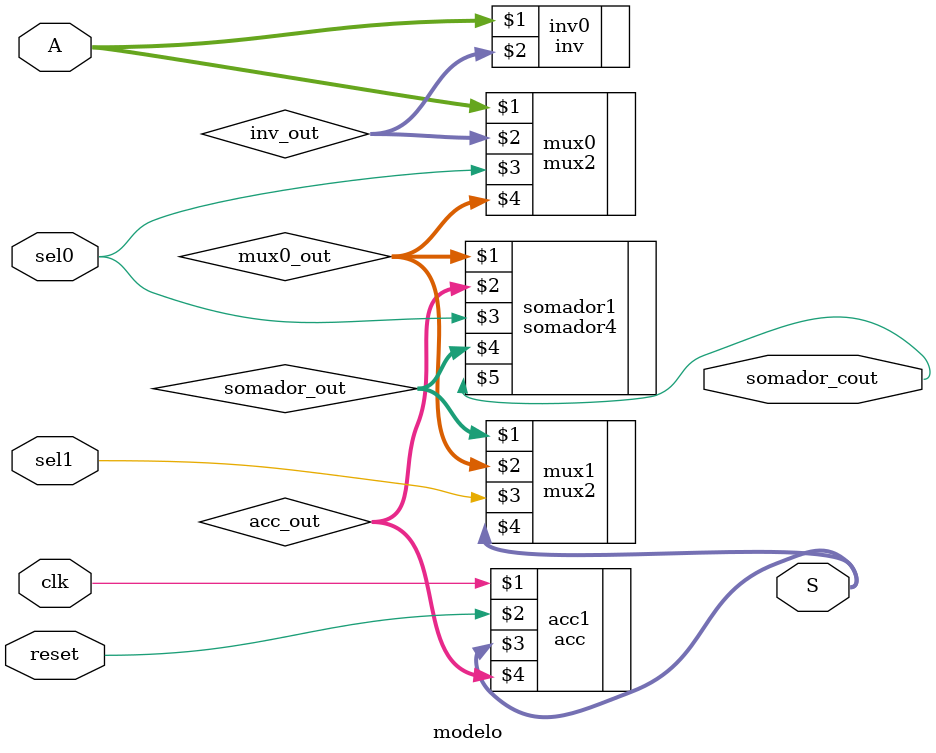
<source format=sv>
module modelo(input logic [3:0]  A,
			input logic	clk,
			input reset,
			input logic	sel0,sel1,
			output logic [3:0] S,
			output	somador_cout);
			//Acho que nao preciso ficar declarando as saidas
			//output logic [3:0] inv_out,somador_out, acc_out, 
			//output logic somador_cout);
			
	logic [3:0] inv_out, mux0_out, somador_out, acc_out;
	
	inv		inv0(A,inv_out);
	mux2	mux0(A,inv_out,sel0,mux0_out);
	somador4	somador1(mux0_out,acc_out,sel0,somador_out,somador_cout);
	mux2	mux1(somador_out,mux0_out,sel1,S);
	acc		acc1(clk,reset,S,acc_out);
	

	endmodule
</source>
